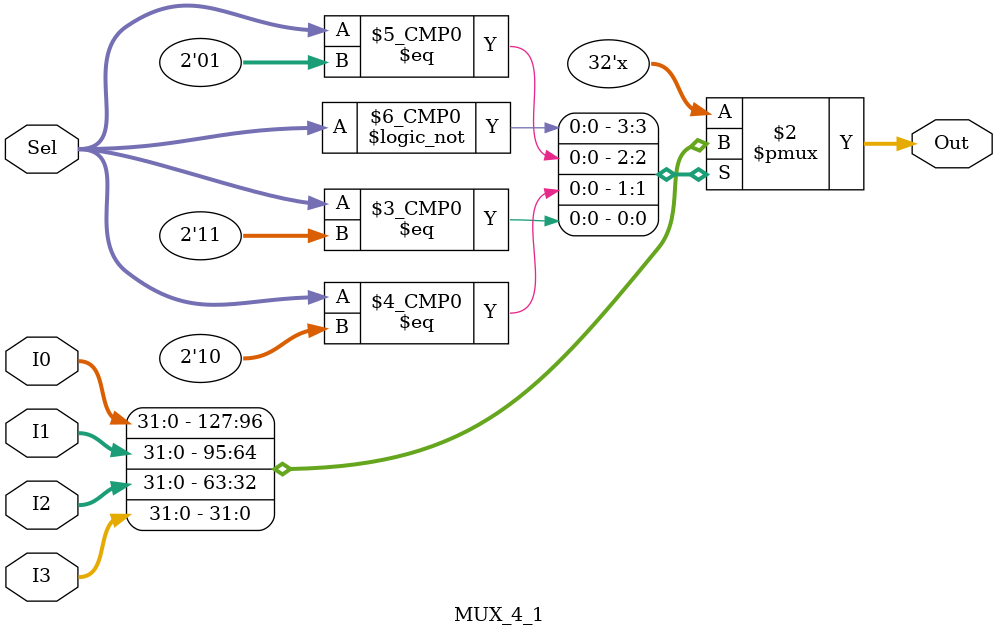
<source format=v>
module MUX_4_1(I0, I1, I2, I3, Sel, Out);
   parameter size = 32;
   input [size-1:0] I0,I1,I2,I3;
   input [1:0]      Sel;
   output reg [size-1:0] Out;

   always @(*) begin
      case (Sel)
        2'b00: Out = I0;
        2'b01: Out = I1;
        2'b10: Out = I2;
        2'b11: Out = I3;
      endcase // case (Sel)
   end
endmodule // MUX_4_1

</source>
